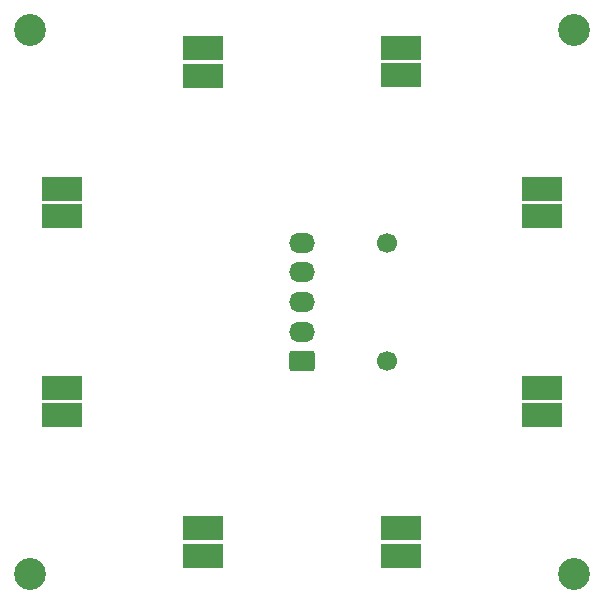
<source format=gts>
G04 #@! TF.GenerationSoftware,KiCad,Pcbnew,(6.0.0)*
G04 #@! TF.CreationDate,2022-02-11T23:35:21-05:00*
G04 #@! TF.ProjectId,FalconRear,46616c63-6f6e-4526-9561-722e6b696361,1A*
G04 #@! TF.SameCoordinates,Original*
G04 #@! TF.FileFunction,Soldermask,Top*
G04 #@! TF.FilePolarity,Negative*
%FSLAX46Y46*%
G04 Gerber Fmt 4.6, Leading zero omitted, Abs format (unit mm)*
G04 Created by KiCad (PCBNEW (6.0.0)) date 2022-02-11 23:35:21*
%MOMM*%
%LPD*%
G01*
G04 APERTURE LIST*
G04 Aperture macros list*
%AMRoundRect*
0 Rectangle with rounded corners*
0 $1 Rounding radius*
0 $2 $3 $4 $5 $6 $7 $8 $9 X,Y pos of 4 corners*
0 Add a 4 corners polygon primitive as box body*
4,1,4,$2,$3,$4,$5,$6,$7,$8,$9,$2,$3,0*
0 Add four circle primitives for the rounded corners*
1,1,$1+$1,$2,$3*
1,1,$1+$1,$4,$5*
1,1,$1+$1,$6,$7*
1,1,$1+$1,$8,$9*
0 Add four rect primitives between the rounded corners*
20,1,$1+$1,$2,$3,$4,$5,0*
20,1,$1+$1,$4,$5,$6,$7,0*
20,1,$1+$1,$6,$7,$8,$9,0*
20,1,$1+$1,$8,$9,$2,$3,0*%
G04 Aperture macros list end*
%ADD10R,3.400000X2.000000*%
%ADD11C,2.700000*%
%ADD12C,1.700000*%
%ADD13RoundRect,0.250000X-0.850000X-0.600000X0.850000X-0.600000X0.850000X0.600000X-0.850000X0.600000X0*%
%ADD14O,2.200000X1.700000*%
G04 APERTURE END LIST*
D10*
X153415749Y-76818547D03*
X153415749Y-74518547D03*
D11*
X122000000Y-119000000D03*
D10*
X136577527Y-117469111D03*
X136577527Y-115169111D03*
X165318275Y-105549999D03*
X165318275Y-103249999D03*
X136581487Y-76832264D03*
X136581487Y-74532264D03*
X153412771Y-117463853D03*
X153412771Y-115163853D03*
X124676038Y-88732400D03*
X124676038Y-86432400D03*
X165317478Y-88717539D03*
X165317478Y-86417539D03*
D11*
X122000000Y-73000000D03*
D10*
X124672292Y-105562605D03*
X124672292Y-103262605D03*
D11*
X168000000Y-73000000D03*
X168000000Y-119000000D03*
D12*
X152180000Y-91000000D03*
X152180000Y-101000000D03*
D13*
X145000000Y-101000000D03*
D14*
X145000000Y-98500000D03*
X145000000Y-96000000D03*
X145000000Y-93500000D03*
X145000000Y-91000000D03*
M02*

</source>
